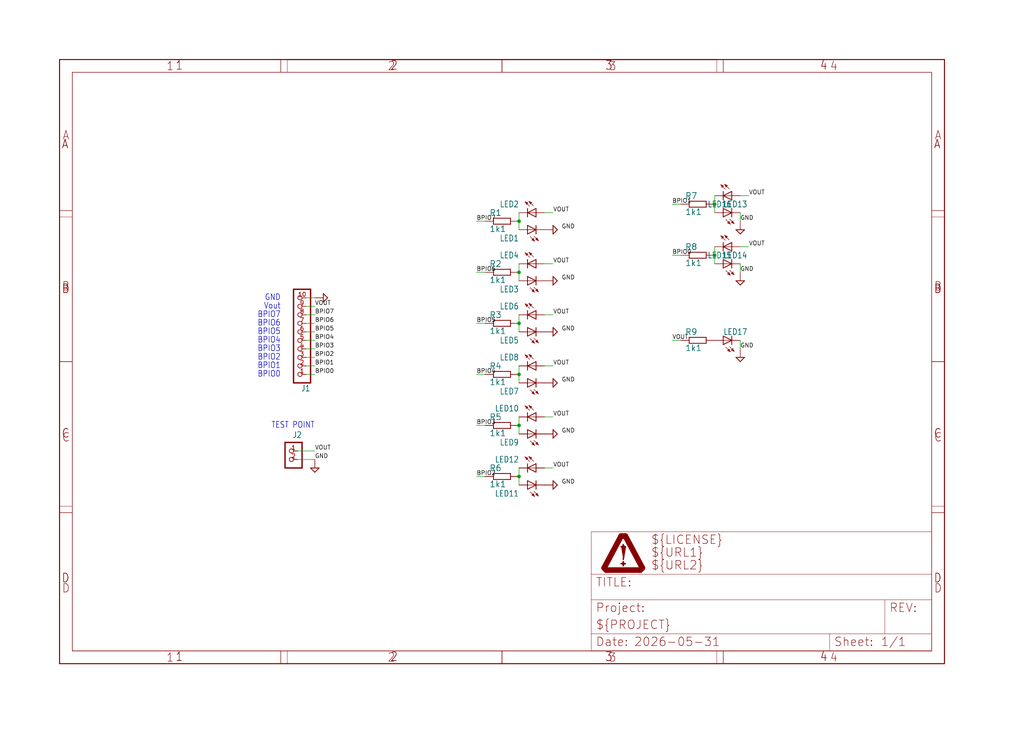
<source format=kicad_sch>
(kicad_sch (version 20230121) (generator eeschema)
  (paper "User" 305.689 218.821)
  (lib_symbols
    (symbol "working-eagle-import:CON_HEADER_1X02-PTH"
      (property "Reference" "J" (at -1.27 3.81 0))
      (symbol "CON_HEADER_1X02-PTH_1_0"
        (polyline (pts (xy -1.27 -5.08) (xy -1.27 2.54)) (stroke (width 0.4064)))
        (polyline (pts (xy -1.27 2.54) (xy 3.81 2.54)) (stroke (width 0.4064)))
        (polyline (pts (xy 3.81 -5.08) (xy -1.27 -5.08)) (stroke (width 0.4064)))
        (polyline (pts (xy 3.81 2.54) (xy 3.81 -5.08)) (stroke (width 0.4064)))
        (pin passive inverted (at 0 0 0) (length 2.54) (name "1") (number "1"))
        (pin passive inverted (at 0 -2.54 0) (length 2.54) (name "2") (number "2"))
      )
    )
    (symbol "working-eagle-import:CON_HEADER_1X10-RIGHT_ANGLED_PTH"
      (property "Reference" "J" (at -1.27 15.875 0))
      (symbol "CON_HEADER_1X10-RIGHT_ANGLED_PTH_1_0"
        (polyline (pts (xy -1.27 -12.7) (xy -1.27 15.24)) (stroke (width 0.4064)))
        (polyline (pts (xy -1.27 15.24) (xy 3.81 15.24)) (stroke (width 0.4064)))
        (polyline (pts (xy 3.81 -12.7) (xy -1.27 -12.7)) (stroke (width 0.4064)))
        (polyline (pts (xy 3.81 15.24) (xy 3.81 -12.7)) (stroke (width 0.4064)))
        (pin passive inverted (at 0 12.7 0) (length 2.54) (name "1") (number "1"))
        (pin passive inverted (at 0 -10.16 0) (length 2.54) (name "10") (number "10"))
        (pin passive inverted (at 0 10.16 0) (length 2.54) (name "2") (number "2"))
        (pin passive inverted (at 0 7.62 0) (length 2.54) (name "3") (number "3"))
        (pin passive inverted (at 0 5.08 0) (length 2.54) (name "4") (number "4"))
        (pin passive inverted (at 0 2.54 0) (length 2.54) (name "5") (number "5"))
        (pin passive inverted (at 0 0 0) (length 2.54) (name "6") (number "6"))
        (pin passive inverted (at 0 -2.54 0) (length 2.54) (name "7") (number "7"))
        (pin passive inverted (at 0 -5.08 0) (length 2.54) (name "8") (number "8"))
        (pin passive inverted (at 0 -7.62 0) (length 2.54) (name "9") (number "9"))
      )
    )
    (symbol "working-eagle-import:DGND" (power)
      (property "Value" "DGND" (at -2.667 -3.175 0))
      (symbol "DGND_1_0"
        (polyline (pts (xy -1.27 0) (xy 1.27 0)) (stroke (width 0.254)))
        (polyline (pts (xy 0 -1.27) (xy -1.27 0)) (stroke (width 0.254)))
        (polyline (pts (xy 1.27 0) (xy 0 -1.27)) (stroke (width 0.254)))
        (pin power_in line (at 0 2.54 270) (length 2.54) (name "DGND") (number "1"))
      )
    )
    (symbol "working-eagle-import:FRAME_DINA4_L"
      (symbol "FRAME_DINA4_L_1_0"
        (polyline (pts (xy 0 0) (xy 67.945 0)) (stroke (width 0.3)))
        (polyline (pts (xy 0 45.085) (xy 3.81 45.085)))
        (polyline (pts (xy 0 46.99) (xy 0 0)) (stroke (width 0.3)))
        (polyline (pts (xy 0 46.99) (xy 3.81 46.99)) (stroke (width 0.1)))
        (polyline (pts (xy 0 90.17) (xy 0 46.99)) (stroke (width 0.3)))
        (polyline (pts (xy 0 90.17) (xy 3.81 90.17)))
        (polyline (pts (xy 0 90.17) (xy 3.81 90.17)) (stroke (width 0.1)))
        (polyline (pts (xy 0 133.35) (xy 0 90.17)) (stroke (width 0.3)))
        (polyline (pts (xy 0 133.35) (xy 3.81 133.35)) (stroke (width 0.1)))
        (polyline (pts (xy 0 135.255) (xy 3.81 135.255)))
        (polyline (pts (xy 0 180.34) (xy 0 133.35)) (stroke (width 0.3)))
        (polyline (pts (xy 3.81 3.81) (xy 3.81 176.53)))
        (polyline (pts (xy 3.81 3.81) (xy 67.945 3.81)) (stroke (width 0.1)))
        (polyline (pts (xy 3.81 46.99) (xy 3.81 3.81)) (stroke (width 0.1)))
        (polyline (pts (xy 3.81 90.17) (xy 3.81 46.99)) (stroke (width 0.1)))
        (polyline (pts (xy 3.81 133.35) (xy 3.81 90.17)) (stroke (width 0.1)))
        (polyline (pts (xy 3.81 176.53) (xy 3.81 133.35)) (stroke (width 0.1)))
        (polyline (pts (xy 66.04 0) (xy 66.04 3.81)))
        (polyline (pts (xy 66.04 176.53) (xy 66.04 180.34)))
        (polyline (pts (xy 67.945 0) (xy 67.945 3.81)) (stroke (width 0.1)))
        (polyline (pts (xy 67.945 0) (xy 132.08 0)) (stroke (width 0.3)))
        (polyline (pts (xy 67.945 3.81) (xy 132.08 3.81)) (stroke (width 0.1)))
        (polyline (pts (xy 67.945 176.53) (xy 3.81 176.53)) (stroke (width 0.1)))
        (polyline (pts (xy 67.945 180.34) (xy 0 180.34)) (stroke (width 0.3)))
        (polyline (pts (xy 67.945 180.34) (xy 67.945 176.53)) (stroke (width 0.1)))
        (polyline (pts (xy 132.08 0) (xy 132.08 3.81)))
        (polyline (pts (xy 132.08 0) (xy 132.08 3.81)) (stroke (width 0.1)))
        (polyline (pts (xy 132.08 0) (xy 196.215 0)) (stroke (width 0.3)))
        (polyline (pts (xy 132.08 3.81) (xy 196.215 3.81)) (stroke (width 0.1)))
        (polyline (pts (xy 132.08 176.53) (xy 67.945 176.53)) (stroke (width 0.1)))
        (polyline (pts (xy 132.08 176.53) (xy 132.08 180.34)))
        (polyline (pts (xy 132.08 180.34) (xy 67.945 180.34)) (stroke (width 0.3)))
        (polyline (pts (xy 132.08 180.34) (xy 132.08 176.53)) (stroke (width 0.1)))
        (polyline (pts (xy 196.215 0) (xy 196.215 3.81)) (stroke (width 0.1)))
        (polyline (pts (xy 196.215 0) (xy 264.16 0)) (stroke (width 0.3)))
        (polyline (pts (xy 196.215 3.81) (xy 260.35 3.81)) (stroke (width 0.1)))
        (polyline (pts (xy 196.215 176.53) (xy 132.08 176.53)) (stroke (width 0.1)))
        (polyline (pts (xy 196.215 180.34) (xy 67.945 180.34)) (stroke (width 0.3)))
        (polyline (pts (xy 196.215 180.34) (xy 132.08 180.34)) (stroke (width 0.3)))
        (polyline (pts (xy 196.215 180.34) (xy 196.215 176.53)) (stroke (width 0.1)))
        (polyline (pts (xy 198.12 0) (xy 198.12 3.81)))
        (polyline (pts (xy 198.12 176.53) (xy 198.12 180.34)))
        (polyline (pts (xy 260.35 3.81) (xy 3.81 3.81)))
        (polyline (pts (xy 260.35 3.81) (xy 260.35 46.99)) (stroke (width 0.1)))
        (polyline (pts (xy 260.35 3.81) (xy 260.35 176.53)))
        (polyline (pts (xy 260.35 45.085) (xy 264.16 45.085)))
        (polyline (pts (xy 260.35 46.99) (xy 260.35 90.17)) (stroke (width 0.1)))
        (polyline (pts (xy 260.35 90.17) (xy 260.35 133.35)) (stroke (width 0.1)))
        (polyline (pts (xy 260.35 90.17) (xy 264.16 90.17)))
        (polyline (pts (xy 260.35 133.35) (xy 260.35 176.53)) (stroke (width 0.1)))
        (polyline (pts (xy 260.35 135.255) (xy 264.16 135.255)))
        (polyline (pts (xy 260.35 176.53) (xy 3.81 176.53)))
        (polyline (pts (xy 260.35 176.53) (xy 196.215 176.53)) (stroke (width 0.1)))
        (polyline (pts (xy 264.16 0) (xy 264.16 46.99)) (stroke (width 0.3)))
        (polyline (pts (xy 264.16 46.99) (xy 260.35 46.99)) (stroke (width 0.1)))
        (polyline (pts (xy 264.16 46.99) (xy 264.16 90.17)) (stroke (width 0.3)))
        (polyline (pts (xy 264.16 90.17) (xy 260.35 90.17)) (stroke (width 0.1)))
        (polyline (pts (xy 264.16 90.17) (xy 264.16 133.35)) (stroke (width 0.3)))
        (polyline (pts (xy 264.16 133.35) (xy 260.35 133.35)) (stroke (width 0.1)))
        (polyline (pts (xy 264.16 133.35) (xy 264.16 180.34)) (stroke (width 0.3)))
        (polyline (pts (xy 264.16 180.34) (xy 196.215 180.34)) (stroke (width 0.3)))
        (polyline (pts (xy 0 0) (xy 264.16 0) (xy 264.16 180.34) (xy 0 180.34) (xy 0 0)))
        (text "1" (at 33.02 1.905 0) (effects (font (size 2.54 2.286))))
        (text "1" (at 33.02 178.435 0) (effects (font (size 2.54 2.286))))
        (text "1" (at 34.5725 0.6 0) (effects (font (size 2.61 2.2185)) (justify left bottom)))
        (text "1" (at 34.5725 0.6 0) (effects (font (size 2.61 2.2185)) (justify left bottom)))
        (text "1" (at 34.5725 177.13 0) (effects (font (size 2.61 2.2185)) (justify left bottom)))
        (text "1" (at 34.5725 177.13 0) (effects (font (size 2.61 2.2185)) (justify left bottom)))
        (text "2" (at 98.7075 0.6 0) (effects (font (size 2.61 2.2185)) (justify left bottom)))
        (text "2" (at 98.7075 0.6 0) (effects (font (size 2.61 2.2185)) (justify left bottom)))
        (text "2" (at 98.7075 177.13 0) (effects (font (size 2.61 2.2185)) (justify left bottom)))
        (text "2" (at 98.7075 177.13 0) (effects (font (size 2.61 2.2185)) (justify left bottom)))
        (text "2" (at 99.06 1.905 0) (effects (font (size 2.54 2.286))))
        (text "2" (at 99.06 178.435 0) (effects (font (size 2.54 2.286))))
        (text "3" (at 162.8425 0.6 0) (effects (font (size 2.61 2.2185)) (justify left bottom)))
        (text "3" (at 162.8425 0.6 0) (effects (font (size 2.61 2.2185)) (justify left bottom)))
        (text "3" (at 162.8425 177.13 0) (effects (font (size 2.61 2.2185)) (justify left bottom)))
        (text "3" (at 162.8425 177.13 0) (effects (font (size 2.61 2.2185)) (justify left bottom)))
        (text "3" (at 165.1 1.905 0) (effects (font (size 2.54 2.286))))
        (text "3" (at 165.1 178.435 0) (effects (font (size 2.54 2.286))))
        (text "4" (at 226.9775 0.6 0) (effects (font (size 2.61 2.2185)) (justify left bottom)))
        (text "4" (at 226.9775 0.6 0) (effects (font (size 2.61 2.2185)) (justify left bottom)))
        (text "4" (at 226.9775 177.13 0) (effects (font (size 2.61 2.2185)) (justify left bottom)))
        (text "4" (at 226.9775 177.13 0) (effects (font (size 2.61 2.2185)) (justify left bottom)))
        (text "4" (at 231.14 1.905 0) (effects (font (size 2.54 2.286))))
        (text "4" (at 231.14 178.435 0) (effects (font (size 2.54 2.286))))
        (text "A" (at 0.6 153.635 0) (effects (font (size 2.61 2.2185)) (justify left bottom)))
        (text "A" (at 0.6 153.635 0) (effects (font (size 2.61 2.2185)) (justify left bottom)))
        (text "A" (at 1.905 157.7975 0) (effects (font (size 2.54 2.286))))
        (text "A" (at 260.95 153.635 0) (effects (font (size 2.61 2.2185)) (justify left bottom)))
        (text "A" (at 260.95 153.635 0) (effects (font (size 2.61 2.2185)) (justify left bottom)))
        (text "A" (at 262.255 157.7975 0) (effects (font (size 2.54 2.286))))
        (text "B" (at 0.6 110.455 0) (effects (font (size 2.61 2.2185)) (justify left bottom)))
        (text "B" (at 0.6 110.455 0) (effects (font (size 2.61 2.2185)) (justify left bottom)))
        (text "B" (at 1.905 112.7125 0) (effects (font (size 2.54 2.286))))
        (text "B" (at 260.95 110.455 0) (effects (font (size 2.61 2.2185)) (justify left bottom)))
        (text "B" (at 260.95 110.455 0) (effects (font (size 2.61 2.2185)) (justify left bottom)))
        (text "B" (at 262.255 112.7125 0) (effects (font (size 2.54 2.286))))
        (text "C" (at 0.6 67.275 0) (effects (font (size 2.61 2.2185)) (justify left bottom)))
        (text "C" (at 0.6 67.275 0) (effects (font (size 2.61 2.2185)) (justify left bottom)))
        (text "C" (at 1.905 67.6275 0) (effects (font (size 2.54 2.286))))
        (text "C" (at 260.95 67.275 0) (effects (font (size 2.61 2.2185)) (justify left bottom)))
        (text "C" (at 260.95 67.275 0) (effects (font (size 2.61 2.2185)) (justify left bottom)))
        (text "C" (at 262.255 67.6275 0) (effects (font (size 2.54 2.286))))
        (text "D" (at 0.6 24.095 0) (effects (font (size 2.61 2.2185)) (justify left bottom)))
        (text "D" (at 0.6 24.095 0) (effects (font (size 2.61 2.2185)) (justify left bottom)))
        (text "D" (at 1.905 22.5425 0) (effects (font (size 2.54 2.286))))
        (text "D" (at 260.95 24.095 0) (effects (font (size 2.61 2.2185)) (justify left bottom)))
        (text "D" (at 260.95 24.095 0) (effects (font (size 2.61 2.2185)) (justify left bottom)))
        (text "D" (at 262.255 22.5425 0) (effects (font (size 2.54 2.286))))
      )
      (symbol "FRAME_DINA4_L_2_0"
        (polyline (pts (xy 0 0) (xy 0 5.08)) (stroke (width 0.1016)))
        (polyline (pts (xy 0 0) (xy 71.12 0)) (stroke (width 0.1016)))
        (polyline (pts (xy 0 5.08) (xy 0 15.24)) (stroke (width 0.1016)))
        (polyline (pts (xy 0 5.08) (xy 71.12 5.08)) (stroke (width 0.1016)))
        (polyline (pts (xy 0 15.24) (xy 0 22.86)) (stroke (width 0.1016)))
        (polyline (pts (xy 0 22.86) (xy 0 35.56)) (stroke (width 0.1016)))
        (polyline (pts (xy 0 22.86) (xy 101.6 22.86)) (stroke (width 0.1016)))
        (polyline (pts (xy 3.81 24.765) (xy 8.89 34.29)) (stroke (width 1.6764)))
        (polyline (pts (xy 4.445 24.13) (xy 3.81 24.765)) (stroke (width 1.6764)))
        (polyline (pts (xy 8.89 34.29) (xy 10.16 34.29)) (stroke (width 1.6764)))
        (polyline (pts (xy 10.16 34.29) (xy 15.24 24.765)) (stroke (width 1.6764)))
        (polyline (pts (xy 14.605 24.13) (xy 4.445 24.13)) (stroke (width 1.6764)))
        (polyline (pts (xy 15.24 24.765) (xy 14.605 24.13)) (stroke (width 1.6764)))
        (polyline (pts (xy 71.12 0) (xy 101.6 0)) (stroke (width 0.1016)))
        (polyline (pts (xy 71.12 5.08) (xy 71.12 0)) (stroke (width 0.1016)))
        (polyline (pts (xy 71.12 5.08) (xy 87.63 5.08)) (stroke (width 0.1016)))
        (polyline (pts (xy 87.63 5.08) (xy 101.6 5.08)) (stroke (width 0.1016)))
        (polyline (pts (xy 87.63 15.24) (xy 0 15.24)) (stroke (width 0.1016)))
        (polyline (pts (xy 87.63 15.24) (xy 87.63 5.08)) (stroke (width 0.1016)))
        (polyline (pts (xy 101.6 5.08) (xy 101.6 0)) (stroke (width 0.1016)))
        (polyline (pts (xy 101.6 15.24) (xy 87.63 15.24)) (stroke (width 0.1016)))
        (polyline (pts (xy 101.6 15.24) (xy 101.6 5.08)) (stroke (width 0.1016)))
        (polyline (pts (xy 101.6 22.86) (xy 101.6 15.24)) (stroke (width 0.1016)))
        (polyline (pts (xy 101.6 35.56) (xy 0 35.56)) (stroke (width 0.1016)))
        (polyline (pts (xy 101.6 35.56) (xy 101.6 22.86)) (stroke (width 0.1016)))
        (polyline (pts (xy 8.89 31.115) (xy 10.16 31.115) (xy 9.525 27.305)) (stroke (width 0.4064)) (fill (type outline)))
        (polyline (pts (xy 8.89 31.115) (xy 9.0151 31.1211) (xy 9.2462 31.2169) (xy 9.4231 31.3938) (xy 9.5189 31.6249) (xy 9.525 31.75) (xy 9.5311 31.6249) (xy 9.6269 31.3938) (xy 9.8038 31.2169) (xy 10.0349 31.1211) (xy 10.16 31.115)) (stroke (width 0.4064)) (fill (type outline)))
        (polyline (pts (xy 9.525 25.4) (xy 9.5311 25.5251) (xy 9.6269 25.7562) (xy 9.8038 25.9331) (xy 10.0349 26.0289) (xy 10.16 26.035) (xy 10.0349 26.0411) (xy 9.8038 26.1369) (xy 9.6269 26.3138) (xy 9.5311 26.5449) (xy 9.525 26.67) (xy 9.5189 26.5449) (xy 9.4231 26.3138) (xy 9.2462 26.1369) (xy 9.0151 26.0411) (xy 8.89 26.035)) (stroke (width 0.4064)) (fill (type outline)))
        (text "${#}/${##}" (at 86.36 1.27 0) (effects (font (size 2.54 2.54)) (justify left bottom)))
        (text "${CURRENT_DATE}" (at 12.7 1.27 0) (effects (font (size 2.54 2.54)) (justify left bottom)))
        (text "${LICENSE}" (at 17.78 31.75 0) (effects (font (size 2.54 2.54)) (justify left bottom)))
        (text "${PROJECTNAME}" (at 17.78 19.05 0) (effects (font (size 2.54 2.54)) (justify left bottom)))
        (text "${PROJECT}" (at 1.27 6.35 0) (effects (font (size 2.54 2.54)) (justify left bottom)))
        (text "${URL1}" (at 17.78 27.94 0) (effects (font (size 2.54 2.54)) (justify left bottom)))
        (text "${URL2}" (at 17.78 24.13 0) (effects (font (size 2.54 2.54)) (justify left bottom)))
        (text "Date:" (at 1.27 1.27 0) (effects (font (size 2.54 2.54)) (justify left bottom)))
        (text "Project:" (at 1.27 11.43 0) (effects (font (size 2.54 2.54)) (justify left bottom)))
        (text "REV:" (at 88.9 11.43 0) (effects (font (size 2.54 2.54)) (justify left bottom)))
        (text "Sheet:" (at 72.39 1.27 0) (effects (font (size 2.54 2.54)) (justify left bottom)))
        (text "TITLE:" (at 1.27 19.05 0) (effects (font (size 2.54 2.54)) (justify left bottom)))
      )
    )
    (symbol "working-eagle-import:LED-0805"
      (property "Reference" "LED" (at 3.556 -4.572 90))
      (symbol "LED-0805_1_0"
        (polyline (pts (xy -2.032 -0.762) (xy -3.429 -2.159)) (stroke (width 0.1524)))
        (polyline (pts (xy -1.905 -1.905) (xy -3.302 -3.302)) (stroke (width 0.1524)))
        (polyline (pts (xy 0 -2.54) (xy -1.27 -2.54)) (stroke (width 0.254)))
        (polyline (pts (xy 0 -2.54) (xy -1.27 0)) (stroke (width 0.254)))
        (polyline (pts (xy 0 0) (xy -1.27 0)) (stroke (width 0.254)))
        (polyline (pts (xy 0 0) (xy 0 -2.54)) (stroke (width 0.1524)))
        (polyline (pts (xy 1.27 -2.54) (xy 0 -2.54)) (stroke (width 0.254)))
        (polyline (pts (xy 1.27 0) (xy 0 -2.54)) (stroke (width 0.254)))
        (polyline (pts (xy 1.27 0) (xy 0 0)) (stroke (width 0.254)))
        (polyline (pts (xy -3.429 -2.159) (xy -3.048 -1.27) (xy -2.54 -1.778)) (stroke (width 0.1524)) (fill (type outline)))
        (polyline (pts (xy -3.302 -3.302) (xy -2.921 -2.413) (xy -2.413 -2.921)) (stroke (width 0.1524)) (fill (type outline)))
        (pin passive line (at 0 2.54 270) (length 2.54) (name "A") (number "A"))
        (pin passive line (at 0 -5.08 90) (length 2.54) (name "C") (number "C"))
      )
    )
    (symbol "working-eagle-import:RESISTOR-0603"
      (property "Reference" "R" (at -3.81 1.4986 0))
      (symbol "RESISTOR-0603_1_0"
        (polyline (pts (xy -2.54 -0.889) (xy -2.54 0.889)) (stroke (width 0.254)))
        (polyline (pts (xy -2.54 -0.889) (xy 2.54 -0.889)) (stroke (width 0.254)))
        (polyline (pts (xy 2.54 -0.889) (xy 2.54 0.889)) (stroke (width 0.254)))
        (polyline (pts (xy 2.54 0.889) (xy -2.54 0.889)) (stroke (width 0.254)))
        (pin passive line (at -5.08 0 0) (length 2.54) (name "1") (number "1"))
        (pin passive line (at 5.08 0 180) (length 2.54) (name "2") (number "2"))
      )
    )
  )
  (junction (at 154.94 127))
  (junction (at 154.94 111.76))
  (junction (at 213.36 60.96))
  (junction (at 154.94 96.52))
  (junction (at 154.94 66.04))
  (junction (at 154.94 142.24))
  (junction (at 213.36 76.2))
  (junction (at 154.94 81.28))
  (wire (pts (xy 144.78 127) (xy 142.24 127)) (stroke (width 0.1524)))
  (wire (pts (xy 91.44 111.76) (xy 93.98 111.76)) (stroke (width 0.1524)))
  (wire (pts (xy 154.94 78.74) (xy 154.94 81.28)) (stroke (width 0.1524)))
  (wire (pts (xy 154.94 111.76) (xy 154.94 114.3)) (stroke (width 0.1524)))
  (wire (pts (xy 162.56 109.22) (xy 165.1 109.22)) (stroke (width 0.1524)))
  (wire (pts (xy 154.94 124.46) (xy 154.94 127)) (stroke (width 0.1524)))
  (wire (pts (xy 91.44 88.9) (xy 93.98 88.9)) (stroke (width 0.1524)))
  (wire (pts (xy 154.94 81.28) (xy 154.94 83.82)) (stroke (width 0.1524)))
  (wire (pts (xy 91.44 104.14) (xy 93.98 104.14)) (stroke (width 0.1524)))
  (wire (pts (xy 88.9 134.62) (xy 93.98 134.62)) (stroke (width 0.1524)))
  (wire (pts (xy 91.44 99.06) (xy 93.98 99.06)) (stroke (width 0.1524)))
  (wire (pts (xy 162.56 124.46) (xy 165.1 124.46)) (stroke (width 0.1524)))
  (wire (pts (xy 162.56 63.5) (xy 165.1 63.5)) (stroke (width 0.1524)))
  (wire (pts (xy 144.78 81.28) (xy 142.24 81.28)) (stroke (width 0.1524)))
  (wire (pts (xy 93.98 106.68) (xy 91.44 106.68)) (stroke (width 0.1524)))
  (wire (pts (xy 154.94 109.22) (xy 154.94 111.76)) (stroke (width 0.1524)))
  (wire (pts (xy 91.44 91.44) (xy 93.98 91.44)) (stroke (width 0.1524)))
  (wire (pts (xy 144.78 111.76) (xy 142.24 111.76)) (stroke (width 0.1524)))
  (wire (pts (xy 162.56 139.7) (xy 165.1 139.7)) (stroke (width 0.1524)))
  (wire (pts (xy 88.9 137.16) (xy 93.98 137.16)) (stroke (width 0.1524)))
  (wire (pts (xy 144.78 142.24) (xy 142.24 142.24)) (stroke (width 0.1524)))
  (wire (pts (xy 154.94 127) (xy 154.94 129.54)) (stroke (width 0.1524)))
  (wire (pts (xy 154.94 142.24) (xy 154.94 144.78)) (stroke (width 0.1524)))
  (wire (pts (xy 203.2 101.6) (xy 200.66 101.6)) (stroke (width 0.1524)))
  (wire (pts (xy 144.78 96.52) (xy 142.24 96.52)) (stroke (width 0.1524)))
  (wire (pts (xy 220.98 58.42) (xy 223.52 58.42)) (stroke (width 0.1524)))
  (wire (pts (xy 203.2 60.96) (xy 200.66 60.96)) (stroke (width 0.1524)))
  (wire (pts (xy 91.44 93.98) (xy 93.98 93.98)) (stroke (width 0.1524)))
  (wire (pts (xy 144.78 66.04) (xy 142.24 66.04)) (stroke (width 0.1524)))
  (wire (pts (xy 220.98 73.66) (xy 223.52 73.66)) (stroke (width 0.1524)))
  (wire (pts (xy 213.36 60.96) (xy 213.36 63.5)) (stroke (width 0.1524)))
  (wire (pts (xy 91.44 96.52) (xy 93.98 96.52)) (stroke (width 0.1524)))
  (wire (pts (xy 213.36 58.42) (xy 213.36 60.96)) (stroke (width 0.1524)))
  (wire (pts (xy 220.98 66.04) (xy 220.98 63.5)) (stroke (width 0.1524)))
  (wire (pts (xy 154.94 139.7) (xy 154.94 142.24)) (stroke (width 0.1524)))
  (wire (pts (xy 220.98 81.28) (xy 220.98 78.74)) (stroke (width 0.1524)))
  (wire (pts (xy 154.94 96.52) (xy 154.94 99.06)) (stroke (width 0.1524)))
  (wire (pts (xy 203.2 76.2) (xy 200.66 76.2)) (stroke (width 0.1524)))
  (wire (pts (xy 91.44 109.22) (xy 93.98 109.22)) (stroke (width 0.1524)))
  (wire (pts (xy 220.98 101.6) (xy 220.98 104.14)) (stroke (width 0.1524)))
  (wire (pts (xy 154.94 93.98) (xy 154.94 96.52)) (stroke (width 0.1524)))
  (wire (pts (xy 162.56 78.74) (xy 165.1 78.74)) (stroke (width 0.1524)))
  (wire (pts (xy 154.94 63.5) (xy 154.94 66.04)) (stroke (width 0.1524)))
  (wire (pts (xy 213.36 76.2) (xy 213.36 78.74)) (stroke (width 0.1524)))
  (wire (pts (xy 154.94 66.04) (xy 154.94 68.58)) (stroke (width 0.1524)))
  (wire (pts (xy 91.44 101.6) (xy 93.98 101.6)) (stroke (width 0.1524)))
  (wire (pts (xy 162.56 93.98) (xy 165.1 93.98)) (stroke (width 0.1524)))
  (wire (pts (xy 213.36 73.66) (xy 213.36 76.2)) (stroke (width 0.1524)))
  (text "BPIO0" (at 83.82 111.76 0) (effects (font (size 1.778 1.5113)) (justify right)))
  (text "BPIO3" (at 83.82 104.14 0) (effects (font (size 1.778 1.5113)) (justify right)))
  (text "BPIO4" (at 83.82 101.6 0) (effects (font (size 1.778 1.5113)) (justify right)))
  (text "BPIO6" (at 83.82 96.52 0) (effects (font (size 1.778 1.5113)) (justify right)))
  (text "BPIO2" (at 83.82 106.68 0) (effects (font (size 1.778 1.5113)) (justify right)))
  (text "Vout" (at 83.82 91.44 0) (effects (font (size 1.778 1.5113)) (justify right)))
  (text "BPIO1" (at 83.82 109.22 0) (effects (font (size 1.778 1.5113)) (justify right)))
  (text "GND" (at 83.82 88.9 0) (effects (font (size 1.778 1.5113)) (justify right)))
  (text "BPIO7" (at 83.82 93.98 0) (effects (font (size 1.778 1.5113)) (justify right)))
  (text "TEST POINT" (at 93.98 127 0) (effects (font (size 1.778 1.5113)) (justify right)))
  (text "BPIO5" (at 83.82 99.06 0) (effects (font (size 1.778 1.5113)) (justify right)))
  (label "VOUT" (at 165.1 63.5 0) (effects (font (size 1.2446 1.2446))))
  (label "GND" (at 167.64 144.78 0) (effects (font (size 1.2446 1.2446))))
  (label "GND" (at 167.64 99.06 0) (effects (font (size 1.2446 1.2446))))
  (label "BPIO7" (at 93.98 93.98 0) (effects (font (size 1.2446 1.2446))))
  (label "BPIO5" (at 93.98 99.06 0) (effects (font (size 1.2446 1.2446))))
  (label "BPIO7" (at 142.24 66.04 0) (effects (font (size 1.2446 1.2446))))
  (label "BPIO4" (at 93.98 101.6 0) (effects (font (size 1.2446 1.2446))))
  (label "GND" (at 167.64 114.3 0) (effects (font (size 1.2446 1.2446))))
  (label "BPIO5" (at 142.24 96.52 0) (effects (font (size 1.2446 1.2446))))
  (label "VOUT" (at 93.98 134.62 0) (effects (font (size 1.2446 1.2446))))
  (label "GND" (at 167.64 129.54 0) (effects (font (size 1.2446 1.2446))))
  (label "BPIO0" (at 93.98 111.76 0) (effects (font (size 1.2446 1.2446))))
  (label "GND" (at 220.98 81.28 0) (effects (font (size 1.2446 1.2446))))
  (label "VOUT" (at 200.66 101.6 0) (effects (font (size 1.2446 1.2446))))
  (label "BPIO3" (at 93.98 104.14 0) (effects (font (size 1.2446 1.2446))))
  (label "BPIO3" (at 142.24 127 0) (effects (font (size 1.2446 1.2446))))
  (label "VOUT" (at 93.98 91.44 0) (effects (font (size 1.2446 1.2446))))
  (label "VOUT" (at 165.1 139.7 0) (effects (font (size 1.2446 1.2446))))
  (label "VOUT" (at 165.1 78.74 0) (effects (font (size 1.2446 1.2446))))
  (label "VOUT" (at 223.52 58.42 0) (effects (font (size 1.2446 1.2446))))
  (label "BPIO1" (at 200.66 60.96 0) (effects (font (size 1.2446 1.2446))))
  (label "BPIO2" (at 93.98 106.68 0) (effects (font (size 1.2446 1.2446))))
  (label "VOUT" (at 165.1 93.98 0) (effects (font (size 1.2446 1.2446))))
  (label "GND" (at 167.64 83.82 0) (effects (font (size 1.2446 1.2446))))
  (label "BPIO0" (at 200.66 76.2 0) (effects (font (size 1.2446 1.2446))))
  (label "GND" (at 93.98 137.16 0) (effects (font (size 1.2446 1.2446))))
  (label "VOUT" (at 165.1 124.46 0) (effects (font (size 1.2446 1.2446))))
  (label "BPIO1" (at 93.98 109.22 0) (effects (font (size 1.2446 1.2446))))
  (label "VOUT" (at 165.1 109.22 0) (effects (font (size 1.2446 1.2446))))
  (label "GND" (at 220.98 104.14 0) (effects (font (size 1.2446 1.2446))))
  (label "BPIO6" (at 93.98 96.52 0) (effects (font (size 1.2446 1.2446))))
  (label "GND" (at 167.64 68.58 0) (effects (font (size 1.2446 1.2446))))
  (label "BPIO2" (at 142.24 142.24 0) (effects (font (size 1.2446 1.2446))))
  (label "BPIO6" (at 142.24 81.28 0) (effects (font (size 1.2446 1.2446))))
  (label "VOUT" (at 223.52 73.66 0) (effects (font (size 1.2446 1.2446))))
  (label "GND" (at 220.98 66.04 0) (effects (font (size 1.2446 1.2446))))
  (label "BPIO4" (at 142.24 111.76 0) (effects (font (size 1.2446 1.2446))))
  (symbol (lib_id "working-eagle-import:RESISTOR-0603") (at 149.86 142.24 0) (unit 1)
    (property "Reference" "R6" (at 146.05 140.7414 0) (effects (font (size 1.778 1.778)) (justify left bottom)))
    (property "Value" "1k1" (at 146.05 145.542 0) (effects (font (size 1.778 1.778)) (justify left bottom)))
    (property "Footprint" "working:R603" (effects hide))
  )
  (symbol (lib_id "working-eagle-import:DGND") (at 165.1 83.82 90) (unit 1)
    (property "Reference" "#SUPPLY3" (effects hide))
    (property "Value" "DGND" (effects hide))
  )
  (symbol (lib_id "working-eagle-import:LED-0805") (at 160.02 78.74 270) (unit 1)
    (property "Reference" "LED4" (at 154.94 76.2 90) (effects (font (size 1.778 1.5113)) (justify right)))
    (property "Value" "LED-0805" (effects hide))
    (property "Footprint" "working:LED-805" (effects hide))
  )
  (symbol (lib_id "working-eagle-import:DGND") (at 220.98 106.68 0) (unit 1)
    (property "Reference" "#SUPPLY10" (effects hide))
    (property "Value" "DGND" (effects hide))
  )
  (symbol (lib_id "working-eagle-import:FRAME_DINA4_L") (at 176.53 194.31 0) (unit 2)
    (property "Reference" "PAGE1" (effects hide))
    (property "Value" "FRAME_DINA4_L" (effects hide))
    (property "Footprint" "working:DP_LOGO" (effects hide))
  )
  (symbol (lib_id "working-eagle-import:LED-0805") (at 157.48 144.78 90) (unit 1)
    (property "Reference" "LED11" (at 154.94 147.32 90) (effects (font (size 1.778 1.5113)) (justify left)))
    (property "Value" "LED-0805" (effects hide))
    (property "Footprint" "working:LED-805" (effects hide))
  )
  (symbol (lib_id "working-eagle-import:DGND") (at 165.1 144.78 90) (unit 1)
    (property "Reference" "#SUPPLY7" (effects hide))
    (property "Value" "DGND" (effects hide))
  )
  (symbol (lib_id "working-eagle-import:CON_HEADER_1X02-PTH") (at 88.9 134.62 0) (mirror y) (unit 1)
    (property "Reference" "J2" (at 90.17 130.81 0) (effects (font (size 1.778 1.5113)) (justify left bottom)))
    (property "Value" "CON_HEADER_1X02-PTH" (effects hide))
    (property "Footprint" "working:M1X2" (effects hide))
  )
  (symbol (lib_id "working-eagle-import:CON_HEADER_1X10-RIGHT_ANGLED_PTH") (at 91.44 99.06 180) (unit 1)
    (property "Reference" "J1" (at 92.71 114.935 0) (effects (font (size 1.778 1.5113)) (justify left bottom)))
    (property "Value" "CON_HEADER_1X10-RIGHT_ANGLED_PTH" (effects hide))
    (property "Footprint" "working:M1X10_FEMALE_RIGHT_ANGLED_PTH" (effects hide))
  )
  (symbol (lib_id "working-eagle-import:DGND") (at 165.1 99.06 90) (unit 1)
    (property "Reference" "#SUPPLY4" (effects hide))
    (property "Value" "DGND" (effects hide))
  )
  (symbol (lib_id "working-eagle-import:DGND") (at 220.98 83.82 0) (unit 1)
    (property "Reference" "#SUPPLY8" (effects hide))
    (property "Value" "DGND" (effects hide))
  )
  (symbol (lib_id "working-eagle-import:LED-0805") (at 160.02 93.98 270) (unit 1)
    (property "Reference" "LED6" (at 154.94 91.44 90) (effects (font (size 1.778 1.5113)) (justify right)))
    (property "Value" "LED-0805" (effects hide))
    (property "Footprint" "working:LED-805" (effects hide))
  )
  (symbol (lib_id "working-eagle-import:RESISTOR-0603") (at 208.28 76.2 0) (unit 1)
    (property "Reference" "R8" (at 204.47 74.7014 0) (effects (font (size 1.778 1.778)) (justify left bottom)))
    (property "Value" "1k1" (at 204.47 79.502 0) (effects (font (size 1.778 1.778)) (justify left bottom)))
    (property "Footprint" "working:R603" (effects hide))
  )
  (symbol (lib_id "working-eagle-import:LED-0805") (at 157.48 114.3 90) (unit 1)
    (property "Reference" "LED7" (at 154.94 116.84 90) (effects (font (size 1.778 1.5113)) (justify left)))
    (property "Value" "LED-0805" (effects hide))
    (property "Footprint" "working:LED-805" (effects hide))
  )
  (symbol (lib_id "working-eagle-import:RESISTOR-0603") (at 149.86 66.04 0) (unit 1)
    (property "Reference" "R1" (at 146.05 64.5414 0) (effects (font (size 1.778 1.778)) (justify left bottom)))
    (property "Value" "1k1" (at 146.05 69.342 0) (effects (font (size 1.778 1.778)) (justify left bottom)))
    (property "Footprint" "working:R603" (effects hide))
  )
  (symbol (lib_id "working-eagle-import:LED-0805") (at 215.9 78.74 90) (unit 1)
    (property "Reference" "LED14" (at 215.9 76.2 90) (effects (font (size 1.778 1.5113)) (justify right)))
    (property "Value" "LED-0805" (effects hide))
    (property "Footprint" "working:LED-805" (effects hide))
  )
  (symbol (lib_id "working-eagle-import:LED-0805") (at 157.48 129.54 90) (unit 1)
    (property "Reference" "LED9" (at 154.94 132.08 90) (effects (font (size 1.778 1.5113)) (justify left)))
    (property "Value" "LED-0805" (effects hide))
    (property "Footprint" "working:LED-805" (effects hide))
  )
  (symbol (lib_id "working-eagle-import:RESISTOR-0603") (at 149.86 127 0) (unit 1)
    (property "Reference" "R5" (at 146.05 125.5014 0) (effects (font (size 1.778 1.778)) (justify left bottom)))
    (property "Value" "1k1" (at 146.05 130.302 0) (effects (font (size 1.778 1.778)) (justify left bottom)))
    (property "Footprint" "working:R603" (effects hide))
  )
  (symbol (lib_id "working-eagle-import:LED-0805") (at 160.02 139.7 270) (unit 1)
    (property "Reference" "LED12" (at 154.94 137.16 90) (effects (font (size 1.778 1.5113)) (justify right)))
    (property "Value" "LED-0805" (effects hide))
    (property "Footprint" "working:LED-805" (effects hide))
  )
  (symbol (lib_id "working-eagle-import:LED-0805") (at 218.44 73.66 270) (unit 1)
    (property "Reference" "LED15" (at 218.44 76.2 90) (effects (font (size 1.778 1.5113)) (justify right)))
    (property "Value" "LED-0805" (effects hide))
    (property "Footprint" "working:LED-805" (effects hide))
  )
  (symbol (lib_id "working-eagle-import:RESISTOR-0603") (at 149.86 111.76 0) (unit 1)
    (property "Reference" "R4" (at 146.05 110.2614 0) (effects (font (size 1.778 1.778)) (justify left bottom)))
    (property "Value" "1k1" (at 146.05 115.062 0) (effects (font (size 1.778 1.778)) (justify left bottom)))
    (property "Footprint" "working:R603" (effects hide))
  )
  (symbol (lib_id "working-eagle-import:FRAME_DINA4_L") (at 17.78 198.12 0) (unit 1)
    (property "Reference" "PAGE1" (effects hide))
    (property "Value" "FRAME_DINA4_L" (effects hide))
    (property "Footprint" "working:DP_LOGO" (effects hide))
  )
  (symbol (lib_id "working-eagle-import:LED-0805") (at 218.44 58.42 270) (unit 1)
    (property "Reference" "LED16" (at 218.44 60.96 90) (effects (font (size 1.778 1.5113)) (justify right)))
    (property "Value" "LED-0805" (effects hide))
    (property "Footprint" "working:LED-805" (effects hide))
  )
  (symbol (lib_id "working-eagle-import:LED-0805") (at 215.9 101.6 90) (unit 1)
    (property "Reference" "LED17" (at 215.9 99.06 90) (effects (font (size 1.778 1.5113)) (justify right)))
    (property "Value" "LED-0805" (effects hide))
    (property "Footprint" "working:LED-805" (effects hide))
  )
  (symbol (lib_id "working-eagle-import:LED-0805") (at 160.02 63.5 270) (unit 1)
    (property "Reference" "LED2" (at 154.94 60.96 90) (effects (font (size 1.778 1.5113)) (justify right)))
    (property "Value" "LED-0805" (effects hide))
    (property "Footprint" "working:LED-805" (effects hide))
  )
  (symbol (lib_id "working-eagle-import:LED-0805") (at 157.48 83.82 90) (unit 1)
    (property "Reference" "LED3" (at 154.94 86.36 90) (effects (font (size 1.778 1.5113)) (justify left)))
    (property "Value" "LED-0805" (effects hide))
    (property "Footprint" "working:LED-805" (effects hide))
  )
  (symbol (lib_id "working-eagle-import:DGND") (at 165.1 68.58 90) (unit 1)
    (property "Reference" "#SUPPLY1" (effects hide))
    (property "Value" "DGND" (effects hide))
  )
  (symbol (lib_id "working-eagle-import:DGND") (at 165.1 129.54 90) (unit 1)
    (property "Reference" "#SUPPLY6" (effects hide))
    (property "Value" "DGND" (effects hide))
  )
  (symbol (lib_id "working-eagle-import:LED-0805") (at 160.02 109.22 270) (unit 1)
    (property "Reference" "LED8" (at 154.94 106.68 90) (effects (font (size 1.778 1.5113)) (justify right)))
    (property "Value" "LED-0805" (effects hide))
    (property "Footprint" "working:LED-805" (effects hide))
  )
  (symbol (lib_id "working-eagle-import:DGND") (at 165.1 114.3 90) (unit 1)
    (property "Reference" "#SUPPLY5" (effects hide))
    (property "Value" "DGND" (effects hide))
  )
  (symbol (lib_id "working-eagle-import:RESISTOR-0603") (at 149.86 96.52 0) (unit 1)
    (property "Reference" "R3" (at 146.05 95.0214 0) (effects (font (size 1.778 1.778)) (justify left bottom)))
    (property "Value" "1k1" (at 146.05 99.822 0) (effects (font (size 1.778 1.778)) (justify left bottom)))
    (property "Footprint" "working:R603" (effects hide))
  )
  (symbol (lib_id "working-eagle-import:RESISTOR-0603") (at 149.86 81.28 0) (unit 1)
    (property "Reference" "R2" (at 146.05 79.7814 0) (effects (font (size 1.778 1.778)) (justify left bottom)))
    (property "Value" "1k1" (at 146.05 84.582 0) (effects (font (size 1.778 1.778)) (justify left bottom)))
    (property "Footprint" "working:R603" (effects hide))
  )
  (symbol (lib_id "working-eagle-import:RESISTOR-0603") (at 208.28 60.96 0) (unit 1)
    (property "Reference" "R7" (at 204.47 59.4614 0) (effects (font (size 1.778 1.778)) (justify left bottom)))
    (property "Value" "1k1" (at 204.47 64.262 0) (effects (font (size 1.778 1.778)) (justify left bottom)))
    (property "Footprint" "working:R603" (effects hide))
  )
  (symbol (lib_id "working-eagle-import:DGND") (at 220.98 68.58 0) (unit 1)
    (property "Reference" "#SUPPLY9" (effects hide))
    (property "Value" "DGND" (effects hide))
  )
  (symbol (lib_id "working-eagle-import:DGND") (at 96.52 88.9 90) (unit 1)
    (property "Reference" "#SUPPLY2" (effects hide))
    (property "Value" "DGND" (effects hide))
  )
  (symbol (lib_id "working-eagle-import:LED-0805") (at 160.02 124.46 270) (unit 1)
    (property "Reference" "LED10" (at 154.94 121.92 90) (effects (font (size 1.778 1.5113)) (justify right)))
    (property "Value" "LED-0805" (effects hide))
    (property "Footprint" "working:LED-805" (effects hide))
  )
  (symbol (lib_id "working-eagle-import:LED-0805") (at 215.9 63.5 90) (unit 1)
    (property "Reference" "LED13" (at 215.9 60.96 90) (effects (font (size 1.778 1.5113)) (justify right)))
    (property "Value" "LED-0805" (effects hide))
    (property "Footprint" "working:LED-805" (effects hide))
  )
  (symbol (lib_id "working-eagle-import:DGND") (at 93.98 139.7 0) (unit 1)
    (property "Reference" "#SUPPLY11" (effects hide))
    (property "Value" "DGND" (effects hide))
  )
  (symbol (lib_id "working-eagle-import:LED-0805") (at 157.48 68.58 90) (unit 1)
    (property "Reference" "LED1" (at 154.94 71.12 90) (effects (font (size 1.778 1.5113)) (justify left)))
    (property "Value" "LED-0805" (effects hide))
    (property "Footprint" "working:LED-805" (effects hide))
  )
  (symbol (lib_id "working-eagle-import:RESISTOR-0603") (at 208.28 101.6 0) (unit 1)
    (property "Reference" "R9" (at 204.47 100.1014 0) (effects (font (size 1.778 1.778)) (justify left bottom)))
    (property "Value" "1k1" (at 204.47 104.902 0) (effects (font (size 1.778 1.778)) (justify left bottom)))
    (property "Footprint" "working:R603" (effects hide))
  )
  (symbol (lib_id "working-eagle-import:LED-0805") (at 157.48 99.06 90) (unit 1)
    (property "Reference" "LED5" (at 154.94 101.6 90) (effects (font (size 1.778 1.5113)) (justify left)))
    (property "Value" "LED-0805" (effects hide))
    (property "Footprint" "working:LED-805" (effects hide))
  )
)
</source>
